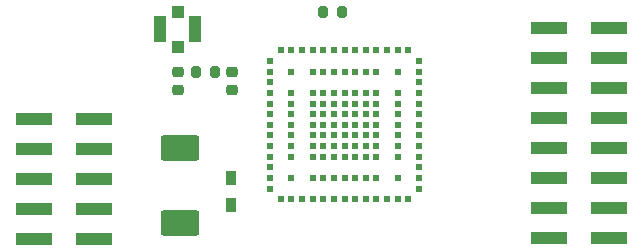
<source format=gbr>
%TF.GenerationSoftware,KiCad,Pcbnew,8.0.5*%
%TF.CreationDate,2024-09-13T15:02:39+03:00*%
%TF.ProjectId,LEXI-R422,4c455849-2d52-4343-9232-2e6b69636164,rev?*%
%TF.SameCoordinates,Original*%
%TF.FileFunction,Paste,Bot*%
%TF.FilePolarity,Positive*%
%FSLAX46Y46*%
G04 Gerber Fmt 4.6, Leading zero omitted, Abs format (unit mm)*
G04 Created by KiCad (PCBNEW 8.0.5) date 2024-09-13 15:02:39*
%MOMM*%
%LPD*%
G01*
G04 APERTURE LIST*
G04 Aperture macros list*
%AMRoundRect*
0 Rectangle with rounded corners*
0 $1 Rounding radius*
0 $2 $3 $4 $5 $6 $7 $8 $9 X,Y pos of 4 corners*
0 Add a 4 corners polygon primitive as box body*
4,1,4,$2,$3,$4,$5,$6,$7,$8,$9,$2,$3,0*
0 Add four circle primitives for the rounded corners*
1,1,$1+$1,$2,$3*
1,1,$1+$1,$4,$5*
1,1,$1+$1,$6,$7*
1,1,$1+$1,$8,$9*
0 Add four rect primitives between the rounded corners*
20,1,$1+$1,$2,$3,$4,$5,0*
20,1,$1+$1,$4,$5,$6,$7,0*
20,1,$1+$1,$6,$7,$8,$9,0*
20,1,$1+$1,$8,$9,$2,$3,0*%
G04 Aperture macros list end*
%ADD10RoundRect,0.250001X1.399999X-0.837499X1.399999X0.837499X-1.399999X0.837499X-1.399999X-0.837499X0*%
%ADD11R,1.000000X1.000000*%
%ADD12R,1.050000X2.200000*%
%ADD13R,3.150000X1.000000*%
%ADD14R,0.600000X0.600000*%
%ADD15RoundRect,0.200000X-0.200000X-0.275000X0.200000X-0.275000X0.200000X0.275000X-0.200000X0.275000X0*%
%ADD16R,0.950000X1.200000*%
%ADD17RoundRect,0.225000X-0.250000X0.225000X-0.250000X-0.225000X0.250000X-0.225000X0.250000X0.225000X0*%
G04 APERTURE END LIST*
D10*
%TO.C,C5*%
X30060000Y3292500D03*
X30060000Y9667500D03*
%TD*%
D11*
%TO.C,J12*%
X29875000Y18235800D03*
D12*
X31350000Y19735800D03*
D11*
X29875000Y21235800D03*
D12*
X28400000Y19735800D03*
%TD*%
D13*
%TO.C,J3*%
X66350000Y19840000D03*
X66350000Y17300000D03*
X66350000Y14760000D03*
X66350000Y12220000D03*
X66350000Y9680000D03*
X66350000Y7140000D03*
X66350000Y4600000D03*
X66350000Y2060000D03*
X61300000Y19840000D03*
X61300000Y17300000D03*
X61300000Y14760000D03*
X61300000Y12220000D03*
X61300000Y9680000D03*
X61300000Y7140000D03*
X61300000Y4600000D03*
X61300000Y2060000D03*
%TD*%
D14*
%TO.C,M1*%
X37700000Y17050000D03*
X37700000Y16150000D03*
X37700000Y15250000D03*
X37700000Y14350000D03*
X37700000Y13450000D03*
X37700000Y12550000D03*
X37700000Y11650000D03*
X37700000Y10750000D03*
X37700000Y9850000D03*
X37700000Y8950000D03*
X37700000Y8050000D03*
X37700000Y7150000D03*
X37700000Y6250000D03*
X38600000Y17950000D03*
X38600000Y5350000D03*
X39500000Y17950000D03*
X39500000Y16150000D03*
X39500000Y14350000D03*
X39500000Y13450000D03*
X39500000Y12550000D03*
X39500000Y11650000D03*
X39500000Y10750000D03*
X39500000Y9850000D03*
X39500000Y8950000D03*
X39500000Y7150000D03*
X39500000Y5350000D03*
X40400000Y17950000D03*
X40400000Y5350000D03*
X41300000Y17950000D03*
X41300000Y16150000D03*
X41300000Y14350000D03*
X41300000Y13450000D03*
X41300000Y12550000D03*
X41300000Y11650000D03*
X41300000Y10750000D03*
X41300000Y9850000D03*
X41300000Y8950000D03*
X41300000Y7150000D03*
X41300000Y5350000D03*
X42200000Y17950000D03*
X42200000Y16150000D03*
X42200000Y14350000D03*
X42200000Y13450000D03*
X42200000Y12550000D03*
X42200000Y11650000D03*
X42200000Y10750000D03*
X42200000Y9850000D03*
X42200000Y8950000D03*
X42200000Y7150000D03*
X42200000Y5350000D03*
X43100000Y17950000D03*
X43100000Y16150000D03*
X43100000Y14350000D03*
X43100000Y13450000D03*
X43100000Y12550000D03*
X43100000Y11650000D03*
X43100000Y10750000D03*
X43100000Y9850000D03*
X43100000Y8950000D03*
X43100000Y7150000D03*
X43100000Y5350000D03*
X44000000Y17950000D03*
X44000000Y16150000D03*
X44000000Y14350000D03*
X44000000Y13450000D03*
X44000000Y12550000D03*
X44000000Y11650000D03*
X44000000Y10750000D03*
X44000000Y9850000D03*
X44000000Y8950000D03*
X44000000Y7150000D03*
X44000000Y5350000D03*
X44900000Y17950000D03*
X44900000Y16150000D03*
X44900000Y14350000D03*
X44900000Y13450000D03*
X44900000Y12550000D03*
X44900000Y11650000D03*
X44900000Y10750000D03*
X44900000Y9850000D03*
X44900000Y8950000D03*
X44900000Y7150000D03*
X44900000Y5350000D03*
X45800000Y17950000D03*
X45800000Y16150000D03*
X45800000Y14350000D03*
X45800000Y13450000D03*
X45800000Y12550000D03*
X45800000Y11650000D03*
X45800000Y10750000D03*
X45800000Y9850000D03*
X45800000Y8950000D03*
X45800000Y7150000D03*
X45800000Y5350000D03*
X46700000Y17950000D03*
X46700000Y16150000D03*
X46700000Y14350000D03*
X46700000Y13450000D03*
X46700000Y12550000D03*
X46700000Y11650000D03*
X46700000Y10750000D03*
X46700000Y9850000D03*
X46700000Y8950000D03*
X46700000Y7150000D03*
X46700000Y5350000D03*
X47600000Y17950000D03*
X47600000Y5350000D03*
X48500000Y17950000D03*
X48500000Y16150000D03*
X48500000Y14350000D03*
X48500000Y13450000D03*
X48500000Y12550000D03*
X48500000Y11650000D03*
X48500000Y10750000D03*
X48500000Y9850000D03*
X48500000Y8950000D03*
X48500000Y7150000D03*
X48500000Y5350000D03*
X49400000Y17950000D03*
X49400000Y5350000D03*
X50300000Y17050000D03*
X50300000Y16150000D03*
X50300000Y15250000D03*
X50300000Y14350000D03*
X50300000Y13450000D03*
X50300000Y12550000D03*
X50300000Y11650000D03*
X50300000Y10750000D03*
X50300000Y9850000D03*
X50300000Y8950000D03*
X50300000Y8050000D03*
X50300000Y7150000D03*
X50300000Y6250000D03*
%TD*%
D15*
%TO.C,R4*%
X31400000Y16150000D03*
X33050000Y16150000D03*
%TD*%
%TO.C,R1*%
X42150000Y21200000D03*
X43800000Y21200000D03*
%TD*%
D16*
%TO.C,FB1*%
X34400000Y7150000D03*
X34400000Y4850000D03*
%TD*%
D13*
%TO.C,J2*%
X17700000Y1970000D03*
X17700000Y4510000D03*
X17700000Y7050000D03*
X17700000Y9590000D03*
X17700000Y12130000D03*
X22750000Y1970000D03*
X22750000Y4510000D03*
X22750000Y7050000D03*
X22750000Y9590000D03*
X22750000Y12130000D03*
%TD*%
D17*
%TO.C,C13*%
X29875000Y16150000D03*
X29875000Y14600000D03*
%TD*%
%TO.C,C14*%
X34500000Y16150000D03*
X34500000Y14600000D03*
%TD*%
M02*

</source>
